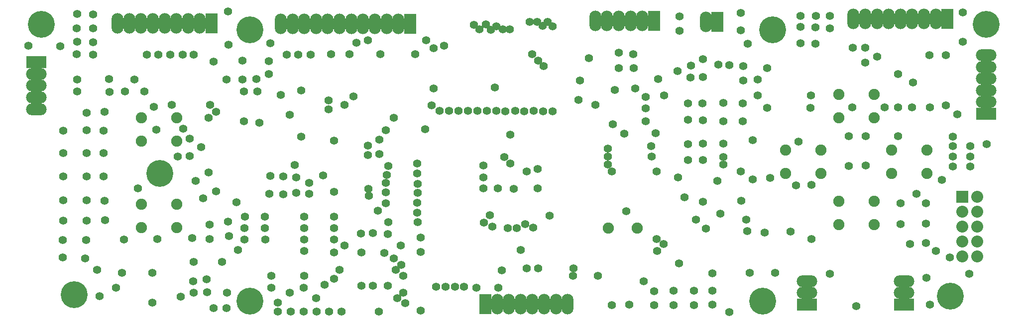
<source format=gbs>
G04 (created by PCBNEW-RS274X (2010-05-05 BZR 2356)-stable) date 15/12/2010 2:15:07 p.m.*
G01*
G70*
G90*
%MOIN*%
G04 Gerber Fmt 3.4, Leading zero omitted, Abs format*
%FSLAX34Y34*%
G04 APERTURE LIST*
%ADD10C,0.006000*%
%ADD11O,0.079100X0.138100*%
%ADD12R,0.079100X0.138100*%
%ADD13O,0.138100X0.079100*%
%ADD14R,0.138100X0.079100*%
%ADD15C,0.075000*%
%ADD16C,0.180000*%
%ADD17R,0.080000X0.080000*%
%ADD18C,0.080000*%
%ADD19C,0.055000*%
G04 APERTURE END LIST*
G54D10*
G54D11*
X44804Y-32165D03*
X44017Y-32165D03*
G54D12*
X43229Y-32165D03*
G54D11*
X45591Y-32165D03*
X46379Y-32165D03*
X47166Y-32165D03*
X47953Y-32165D03*
X48740Y-32165D03*
G54D13*
X71260Y-30630D03*
X71260Y-31417D03*
G54D14*
X71260Y-32205D03*
G54D13*
X64763Y-30630D03*
X64763Y-31417D03*
G54D14*
X64763Y-32205D03*
G54D11*
X57992Y-13228D03*
G54D12*
X58780Y-13228D03*
G54D15*
X66890Y-26850D03*
X66890Y-25276D03*
X69252Y-26850D03*
X69252Y-25276D03*
X70431Y-23425D03*
X70431Y-21851D03*
X72793Y-23425D03*
X72793Y-21851D03*
X66890Y-19684D03*
X66890Y-18110D03*
X69252Y-19684D03*
X69252Y-18110D03*
G54D11*
X36614Y-13386D03*
X37402Y-13386D03*
G54D12*
X38189Y-13386D03*
G54D11*
X35827Y-13386D03*
X35039Y-13386D03*
X34252Y-13386D03*
X33465Y-13386D03*
X32677Y-13386D03*
X31890Y-13386D03*
X31102Y-13386D03*
X30315Y-13386D03*
X29528Y-13386D03*
X23326Y-13347D03*
X24113Y-13347D03*
G54D12*
X24901Y-13347D03*
G54D11*
X22539Y-13347D03*
X21751Y-13347D03*
X20964Y-13347D03*
X20177Y-13347D03*
X19390Y-13347D03*
X18602Y-13347D03*
X72598Y-13031D03*
X73385Y-13031D03*
G54D12*
X74173Y-13031D03*
G54D11*
X71811Y-13031D03*
X71023Y-13031D03*
X70236Y-13031D03*
X69449Y-13031D03*
X68662Y-13031D03*
X67874Y-13031D03*
G54D13*
X76772Y-17835D03*
X76772Y-18622D03*
G54D14*
X76772Y-19410D03*
G54D13*
X76772Y-17048D03*
X76772Y-16260D03*
X76772Y-15473D03*
G54D11*
X52952Y-13189D03*
X53739Y-13189D03*
G54D12*
X54527Y-13189D03*
G54D11*
X52165Y-13189D03*
X51377Y-13189D03*
X50590Y-13189D03*
G54D13*
X13150Y-17520D03*
X13150Y-16733D03*
G54D14*
X13150Y-15945D03*
G54D13*
X13150Y-18307D03*
X13150Y-19095D03*
G54D16*
X61811Y-31969D03*
X62480Y-13780D03*
X27480Y-31969D03*
X27480Y-13780D03*
X21417Y-23425D03*
G54D17*
X75150Y-24988D03*
G54D18*
X76150Y-24988D03*
X75150Y-25988D03*
X76150Y-25988D03*
X75150Y-26988D03*
X76150Y-26988D03*
X75150Y-27988D03*
X76150Y-27988D03*
X75150Y-28988D03*
X76150Y-28988D03*
G54D16*
X76772Y-13425D03*
X74370Y-31653D03*
X13504Y-13425D03*
X15709Y-31535D03*
G54D15*
X63346Y-23425D03*
X63346Y-21851D03*
X65708Y-23425D03*
X65708Y-21851D03*
X20197Y-21259D03*
X20197Y-19685D03*
X22559Y-21259D03*
X22559Y-19685D03*
X20197Y-27047D03*
X20197Y-25473D03*
X22559Y-27047D03*
X22559Y-25473D03*
X53402Y-27086D03*
X51480Y-27086D03*
G54D19*
X19016Y-27835D03*
X21260Y-27795D03*
X23583Y-27756D03*
X24764Y-26850D03*
X24764Y-27795D03*
X17244Y-29882D03*
X17402Y-31654D03*
X16417Y-29094D03*
X14921Y-29055D03*
X14921Y-27874D03*
X57323Y-26496D03*
X62283Y-23701D03*
X61142Y-23819D03*
X61929Y-27362D03*
X63661Y-27323D03*
X60748Y-27283D03*
X60709Y-26496D03*
X24331Y-25079D03*
X65354Y-12835D03*
X66299Y-12835D03*
X66299Y-13661D03*
X65315Y-13622D03*
X64331Y-13583D03*
X65315Y-14724D03*
X64331Y-14685D03*
X64331Y-12835D03*
X30906Y-20945D03*
X30906Y-17854D03*
X74331Y-29055D03*
X53819Y-30630D03*
X39921Y-31024D03*
X30118Y-31417D03*
X40551Y-31024D03*
X37717Y-31417D03*
X30118Y-19488D03*
X38701Y-24094D03*
X36575Y-24055D03*
X31417Y-24055D03*
X32362Y-23543D03*
X38661Y-23406D03*
X36614Y-23504D03*
X37717Y-30276D03*
X33110Y-30472D03*
X32717Y-19094D03*
X49094Y-30276D03*
X41811Y-31024D03*
X37874Y-32126D03*
X28740Y-16732D03*
X29331Y-32087D03*
X39646Y-18858D03*
X35354Y-14488D03*
X39252Y-14488D03*
X51417Y-21732D03*
X36142Y-21142D03*
X54331Y-21575D03*
X54370Y-22283D03*
X51417Y-22283D03*
X36142Y-22126D03*
X55197Y-18189D03*
X61457Y-17126D03*
X51417Y-22795D03*
X61457Y-18189D03*
X62087Y-19016D03*
X51693Y-23267D03*
X62087Y-16339D03*
X60315Y-23268D03*
X54685Y-23268D03*
X60354Y-25236D03*
X56102Y-16535D03*
X56142Y-23661D03*
X58819Y-16102D03*
X58780Y-23898D03*
X65708Y-23425D03*
X47047Y-13524D03*
X46476Y-19213D03*
X47717Y-13543D03*
X47736Y-19252D03*
X42480Y-13441D03*
X40177Y-19213D03*
X40807Y-19213D03*
X42835Y-13740D03*
X41437Y-19213D03*
X43268Y-13425D03*
X42067Y-19213D03*
X43583Y-13780D03*
X42697Y-19213D03*
X43976Y-13543D03*
X43327Y-19213D03*
X46378Y-15394D03*
X43957Y-19213D03*
X46772Y-15827D03*
X44567Y-19242D03*
X47126Y-16220D03*
X46211Y-13228D03*
X45217Y-19213D03*
X47106Y-19232D03*
X47382Y-13228D03*
X46713Y-13228D03*
X45846Y-19252D03*
X71654Y-28150D03*
X38701Y-24724D03*
X55157Y-28150D03*
X65000Y-19016D03*
X65039Y-18189D03*
X73386Y-28622D03*
X54724Y-28622D03*
X38661Y-26033D03*
X67815Y-14961D03*
X69449Y-15591D03*
X52657Y-25955D03*
X36024Y-25906D03*
X37598Y-29528D03*
X45315Y-27087D03*
X37244Y-29882D03*
X45906Y-26811D03*
X33465Y-29882D03*
X38661Y-22756D03*
X65079Y-27795D03*
X73799Y-23839D03*
X74055Y-18858D03*
X54685Y-27795D03*
X65079Y-24173D03*
X50748Y-30276D03*
X58976Y-26102D03*
X34606Y-14646D03*
X49449Y-18465D03*
X39764Y-15000D03*
X25984Y-26654D03*
X38701Y-26693D03*
X36732Y-26693D03*
X23819Y-23917D03*
X24213Y-21654D03*
X26575Y-25354D03*
X36575Y-25394D03*
X38661Y-25384D03*
X25197Y-19291D03*
X25197Y-24606D03*
X22244Y-18799D03*
X23425Y-21063D03*
X52520Y-20748D03*
X54646Y-20709D03*
X46417Y-27047D03*
X57992Y-27126D03*
X43130Y-26713D03*
X66299Y-30157D03*
X56575Y-25000D03*
X72087Y-24764D03*
X37087Y-29094D03*
X44724Y-27087D03*
X44902Y-20817D03*
X50591Y-18819D03*
X30472Y-22835D03*
X43701Y-26969D03*
X72756Y-30394D03*
X56181Y-29449D03*
X31890Y-31772D03*
X41181Y-31024D03*
X37323Y-31772D03*
X34409Y-18228D03*
X44862Y-13740D03*
X43858Y-17638D03*
X71850Y-17323D03*
X53268Y-17717D03*
X36575Y-20512D03*
X38898Y-28661D03*
X24803Y-18819D03*
X38898Y-27697D03*
X14961Y-20551D03*
X52156Y-16329D03*
X53150Y-16348D03*
X25039Y-15906D03*
X25906Y-17126D03*
X26969Y-17126D03*
X21181Y-20472D03*
X22992Y-20394D03*
X21024Y-18937D03*
X31102Y-27087D03*
X60787Y-14724D03*
X53130Y-15404D03*
X50148Y-15669D03*
X57008Y-16181D03*
X56969Y-16969D03*
X57795Y-21417D03*
X56811Y-21457D03*
X56811Y-18701D03*
X56811Y-19803D03*
X57795Y-22520D03*
X56811Y-22520D03*
X27087Y-27835D03*
X31102Y-27835D03*
X19961Y-24409D03*
X49557Y-17175D03*
X22638Y-22283D03*
X18071Y-17953D03*
X28465Y-27087D03*
X19094Y-17913D03*
X20394Y-17913D03*
X15906Y-17913D03*
X69961Y-18976D03*
X72953Y-15473D03*
X71811Y-18976D03*
X72992Y-18976D03*
X58425Y-31260D03*
X64213Y-21260D03*
X59173Y-21417D03*
X26969Y-15827D03*
X64016Y-24213D03*
X72717Y-25394D03*
X28740Y-15866D03*
X72717Y-26772D03*
X71024Y-25394D03*
X72717Y-28071D03*
X12638Y-14843D03*
X14764Y-14882D03*
X51890Y-17795D03*
X28110Y-20000D03*
X27047Y-19921D03*
X28819Y-23583D03*
X28780Y-24764D03*
X25906Y-32441D03*
X25945Y-31417D03*
X28898Y-31063D03*
X28898Y-30276D03*
X34921Y-30945D03*
X32480Y-30866D03*
X34921Y-28701D03*
X36457Y-28740D03*
X35709Y-30945D03*
X36693Y-30945D03*
X45591Y-28543D03*
X46772Y-29764D03*
X45984Y-29764D03*
X42638Y-31063D03*
X44094Y-31063D03*
X75630Y-30157D03*
X72992Y-32205D03*
X60315Y-13819D03*
X60315Y-12638D03*
X29685Y-24803D03*
X29685Y-23622D03*
X30551Y-23661D03*
X30551Y-24724D03*
X27913Y-17087D03*
X27953Y-17913D03*
X27047Y-17913D03*
X53976Y-18268D03*
X53976Y-19055D03*
X57795Y-15748D03*
X57795Y-16929D03*
X62638Y-30079D03*
X60945Y-30079D03*
X58425Y-30118D03*
X31102Y-28622D03*
X31102Y-30276D03*
X28465Y-26299D03*
X27126Y-26299D03*
X31102Y-26299D03*
X15906Y-17126D03*
X19724Y-17126D03*
X31417Y-24764D03*
X16535Y-20512D03*
X16535Y-19331D03*
X17717Y-19291D03*
X16535Y-22047D03*
X16535Y-23622D03*
X16535Y-25197D03*
X17756Y-26535D03*
X17717Y-25236D03*
X17677Y-23622D03*
X17677Y-22047D03*
X17677Y-20551D03*
X15906Y-12716D03*
X15866Y-13661D03*
X15906Y-14567D03*
X15866Y-15394D03*
X16969Y-15433D03*
X16969Y-14606D03*
X16969Y-13661D03*
X16969Y-12756D03*
X56220Y-12874D03*
X56220Y-13858D03*
X70866Y-18976D03*
X28504Y-27835D03*
X60512Y-16220D03*
X60512Y-17165D03*
X67795Y-18976D03*
X60472Y-18701D03*
X59173Y-19921D03*
X59173Y-22795D03*
X59173Y-22323D03*
X75709Y-22953D03*
X75709Y-22283D03*
X75709Y-21575D03*
X74528Y-20945D03*
X74528Y-22953D03*
X74528Y-22283D03*
X67559Y-20906D03*
X67559Y-22913D03*
X68701Y-22874D03*
X68701Y-20906D03*
X54528Y-31299D03*
X55827Y-31260D03*
X57205Y-31260D03*
X27087Y-27087D03*
X57205Y-32244D03*
X55827Y-32244D03*
X54528Y-32244D03*
X16496Y-27874D03*
X31063Y-31063D03*
X36102Y-32677D03*
X29331Y-32677D03*
X30197Y-32677D03*
X31063Y-32677D03*
X31929Y-32677D03*
X32756Y-32677D03*
X33583Y-32677D03*
X36575Y-24685D03*
X36732Y-22913D03*
X35394Y-24449D03*
X35433Y-24921D03*
X36693Y-27480D03*
X35709Y-27402D03*
X49134Y-29764D03*
X44331Y-29921D03*
X43110Y-23661D03*
X43110Y-22874D03*
X44055Y-24419D03*
X45118Y-24449D03*
X71024Y-26811D03*
X57795Y-25315D03*
X57756Y-18701D03*
X57795Y-19843D03*
X33110Y-27835D03*
X33110Y-26299D03*
X33110Y-27087D03*
X33110Y-28701D03*
X33110Y-24646D03*
X23701Y-15433D03*
X22953Y-15433D03*
X22126Y-15433D03*
X21339Y-15433D03*
X20551Y-15433D03*
X51693Y-32244D03*
X52874Y-32205D03*
X46722Y-24419D03*
X38898Y-32598D03*
X68661Y-15984D03*
X76811Y-21457D03*
X70866Y-20906D03*
X18504Y-31063D03*
X36201Y-15413D03*
X37087Y-19685D03*
X39213Y-20433D03*
X14961Y-23622D03*
X14961Y-22047D03*
X14961Y-25197D03*
X14961Y-26575D03*
X16535Y-26575D03*
X29921Y-15433D03*
X32717Y-18504D03*
X33110Y-21220D03*
X43110Y-24409D03*
X53976Y-19921D03*
X46732Y-23110D03*
X70866Y-16732D03*
X68661Y-14961D03*
X52165Y-15315D03*
X74055Y-15473D03*
X30709Y-15433D03*
X31535Y-15433D03*
X32913Y-15413D03*
X34134Y-15413D03*
X24606Y-31378D03*
X24567Y-30512D03*
X39764Y-17717D03*
X44402Y-13756D03*
X40457Y-14839D03*
X38543Y-15394D03*
X75197Y-14567D03*
X75197Y-12598D03*
X60472Y-19921D03*
X18031Y-17087D03*
X58425Y-32205D03*
X74528Y-21575D03*
X59173Y-18661D03*
X61142Y-21181D03*
X26063Y-27598D03*
X34882Y-27441D03*
X25591Y-29331D03*
X23701Y-29331D03*
X18898Y-30079D03*
X22835Y-31693D03*
X23661Y-30630D03*
X23701Y-31417D03*
X44488Y-22323D03*
X35354Y-21535D03*
X68071Y-32323D03*
X24705Y-19685D03*
X24705Y-23327D03*
X23425Y-22244D03*
X44882Y-22756D03*
X35354Y-22165D03*
X47520Y-26240D03*
X54783Y-17067D03*
X20945Y-30079D03*
X20945Y-32087D03*
X28819Y-14685D03*
X25984Y-12559D03*
X26024Y-14764D03*
X59567Y-16142D03*
X59567Y-32717D03*
X33799Y-28228D03*
X33799Y-18819D03*
X74843Y-19429D03*
X45984Y-23268D03*
X43543Y-26220D03*
X37559Y-28228D03*
X51772Y-20118D03*
X29528Y-18150D03*
X25039Y-32441D03*
X26654Y-28543D03*
M02*

</source>
